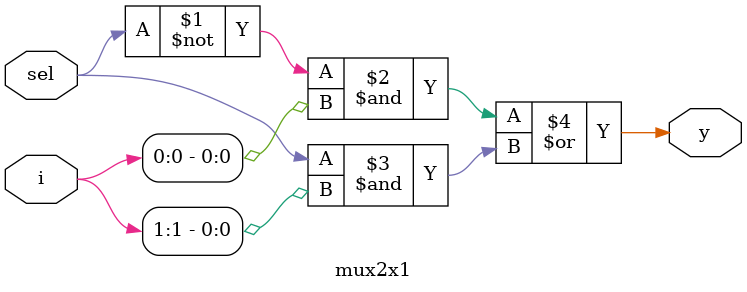
<source format=v>

module mux3x1_2x1(i,sel,y);
input[2:0]i;
input[1:0]sel;
output y;

wire[1:0]w;

mux2x1 mux1({i[2],i[0]},sel[1],w[0]);
mux2x1 mux2({1'b0,i[1]},sel[1],w[1]);
mux2x1 mux3({w[1],w[0]},sel[0],y);
endmodule


module mux2x1(i,sel,y);

input[1:0]i;
input sel;
output y;

assign y=(~sel&i[0])|(sel&i[1]);
endmodule


</source>
